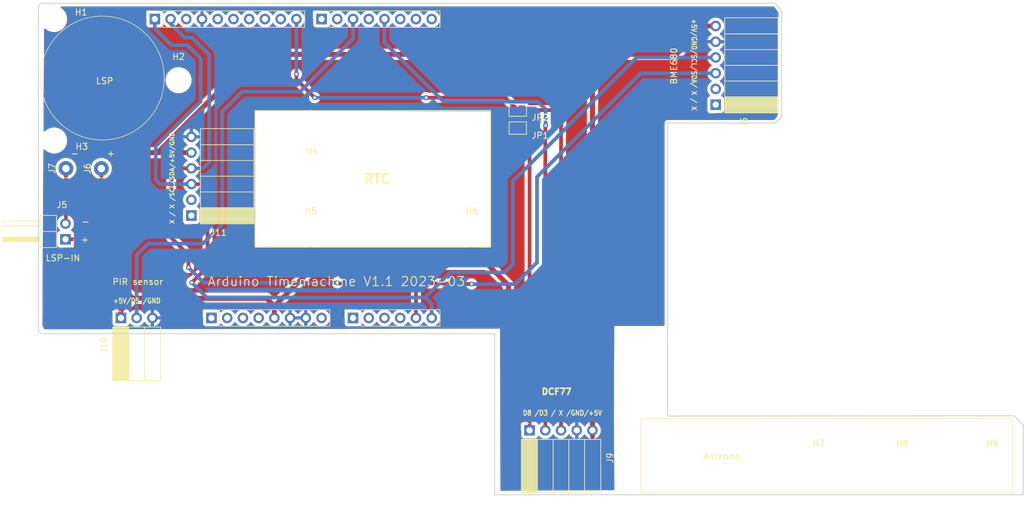
<source format=kicad_pcb>
(kicad_pcb (version 20211014) (generator pcbnew)
  (title_block (title "Arduino Time Machine") (date "2023-02-23") (rev "1.1") (company "crazy-midi.de"))
  (layers (0 "F.Cu" signal) (31 "B.Cu" signal) (34 "B.Paste" user) (35 "F.Paste" user) (36 "B.SilkS" user "B.Silkscreen") (37 "F.SilkS" user "F.Silkscreen") (38 "B.Mask" user) (39 "F.Mask" user) (44 "Edge.Cuts" user))
  (net 0 "")
  (net 1 "GND")
  (net 2 "+5V")
  (net 7 "/D8")
  (net 21 "/D5")
  (net 23 "/D3")
  (net 24 "/SCL")
  (net 25 "/SDA")
  (net 29 "Net-(J5-Pad1)")
  (net 30 "Net-(J5-Pad2)")
  (net 33 "Net-(J9-Pad3)")
  (net 36 "Net-(J9-Pad1)")
  (footprint "Connector_PinSocket_2.54mm:PinSocket_1x08_P2.54mm_Vertical" (layer "F.Cu") (at 127.94 97.46 90)
    (fp_text reference "J1" hide)
    (fp_text value "Power")
    (fp_line (start -1.33 1.27) (end -1.33 19.11) (layer "F.SilkS") (width 0.12))
    (fp_line (start -1.33 1.27) (end 1.33 1.27) (layer "F.SilkS") (width 0.12))
    (fp_line (start -1.33 19.11) (end 1.33 19.11) (layer "F.SilkS") (width 0.12))
    (fp_line (start 1.33 1.27) (end 1.33 19.11) (layer "F.SilkS") (width 0.12))
    (fp_line (start 0 -1.33) (end 1.33 -1.33) (layer "F.SilkS") (width 0.12))
    (fp_line (start 1.33 -1.33) (end 1.33 0) (layer "F.SilkS") (width 0.12))
    (pad "1" thru_hole rect locked (at 0 0 90) (size 1.7 1.7) (drill 1) (layers *.Cu *.Mask))
    (pad "2" thru_hole oval locked (at 0 2.54 90) (size 1.7 1.7) (drill 1) (layers *.Cu *.Mask))
    (pad "3" thru_hole oval locked (at 0 5.08 90) (size 1.7 1.7) (drill 1) (layers *.Cu *.Mask))
    (pad "4" thru_hole oval locked (at 0 7.62 90) (size 1.7 1.7) (drill 1) (layers *.Cu *.Mask))
    (pad "5" thru_hole oval locked (at 0 10.16 90) (size 1.7 1.7) (drill 1) (layers *.Cu *.Mask) (net 2 "+5V"))
    (pad "6" thru_hole oval locked (at 0 12.7 90) (size 1.7 1.7) (drill 1) (layers *.Cu *.Mask) (net 1 "GND"))
    (pad "7" thru_hole oval locked (at 0 15.24 90) (size 1.7 1.7) (drill 1) (layers *.Cu *.Mask) (net 1 "GND"))
    (pad "8" thru_hole oval locked (at 0 17.78 90) (size 1.7 1.7) (drill 1) (layers *.Cu *.Mask))
  )
  (footprint "Connector_PinSocket_2.54mm:PinSocket_1x06_P2.54mm_Vertical" (layer "F.Cu") (at 150.8 97.46 90)
    (fp_text reference "J3")
    (fp_text value "Analog")
    (fp_line (start -1.33 1.27) (end 1.33 1.27) (layer "F.SilkS") (width 0.12))
    (fp_line (start 0 -1.33) (end 1.33 -1.33) (layer "F.SilkS") (width 0.12))
    (fp_line (start 1.33 1.27) (end 1.33 14.03) (layer "F.SilkS") (width 0.12))
    (fp_line (start -1.33 1.27) (end -1.33 14.03) (layer "F.SilkS") (width 0.12))
    (fp_line (start 1.33 -1.33) (end 1.33 0) (layer "F.SilkS") (width 0.12))
    (fp_line (start -1.33 14.03) (end 1.33 14.03) (layer "F.SilkS") (width 0.12))
    (pad "1" thru_hole rect locked (at 0 0 90) (size 1.7 1.7) (drill 1) (layers *.Cu *.Mask))
    (pad "2" thru_hole oval locked (at 0 2.54 90) (size 1.7 1.7) (drill 1) (layers *.Cu *.Mask))
    (pad "3" thru_hole oval locked (at 0 5.08 90) (size 1.7 1.7) (drill 1) (layers *.Cu *.Mask))
    (pad "4" thru_hole oval locked (at 0 7.62 90) (size 1.7 1.7) (drill 1) (layers *.Cu *.Mask))
    (pad "5" thru_hole oval locked (at 0 10.16 90) (size 1.7 1.7) (drill 1) (layers *.Cu *.Mask) (net 25 "/SDA"))
    (pad "6" thru_hole oval locked (at 0 12.7 90) (size 1.7 1.7) (drill 1) (layers *.Cu *.Mask) (net 24 "/SCL"))
  )
  (footprint "Connector_PinSocket_2.54mm:PinSocket_1x10_P2.54mm_Vertical" (layer "F.Cu") (at 118.796 49.2 90)
    (fp_text reference "J2" hide)
    (fp_text value "PWM")
    (fp_line (start -1.33 1.27) (end 1.33 1.27) (layer "F.SilkS") (width 0.12))
    (fp_line (start 1.33 1.27) (end 1.33 24.19) (layer "F.SilkS") (width 0.12))
    (fp_line (start -1.33 24.19) (end 1.33 24.19) (layer "F.SilkS") (width 0.12))
    (fp_line (start 0 -1.33) (end 1.33 -1.33) (layer "F.SilkS") (width 0.12))
    (fp_line (start 1.33 -1.33) (end 1.33 0) (layer "F.SilkS") (width 0.12))
    (fp_line (start -1.33 1.27) (end -1.33 24.19) (layer "F.SilkS") (width 0.12))
    (pad "1" thru_hole rect locked (at 0 0 90) (size 1.7 1.7) (drill 1) (layers *.Cu *.Mask) (net 24 "/SCL"))
    (pad "2" thru_hole oval locked (at 0 2.54 90) (size 1.7 1.7) (drill 1) (layers *.Cu *.Mask) (net 25 "/SDA"))
    (pad "3" thru_hole oval locked (at 0 5.08 90) (size 1.7 1.7) (drill 1) (layers *.Cu *.Mask))
    (pad "4" thru_hole oval locked (at 0 7.62 90) (size 1.7 1.7) (drill 1) (layers *.Cu *.Mask) (net 1 "GND"))
    (pad "5" thru_hole oval locked (at 0 10.16 90) (size 1.7 1.7) (drill 1) (layers *.Cu *.Mask))
    (pad "6" thru_hole oval locked (at 0 12.7 90) (size 1.7 1.7) (drill 1) (layers *.Cu *.Mask))
    (pad "7" thru_hole oval locked (at 0 15.24 90) (size 1.7 1.7) (drill 1) (layers *.Cu *.Mask))
    (pad "8" thru_hole oval locked (at 0 17.78 90) (size 1.7 1.7) (drill 1) (layers *.Cu *.Mask))
    (pad "9" thru_hole oval locked (at 0 20.32 90) (size 1.7 1.7) (drill 1) (layers *.Cu *.Mask))
    (pad "10" thru_hole oval locked (at 0 22.86 90) (size 1.7 1.7) (drill 1) (layers *.Cu *.Mask) (net 7 "/D8"))
  )
  (footprint "Connector_PinSocket_2.54mm:PinSocket_1x08_P2.54mm_Vertical" (layer "F.Cu") (at 145.72 49.2 90)
    (fp_text reference "J4" hide)
    (fp_text value "PWM")
    (fp_line (start 0 -1.33) (end 1.33 -1.33) (layer "F.SilkS") (width 0.12))
    (fp_line (start -1.33 1.27) (end -1.33 19.11) (layer "F.SilkS") (width 0.12))
    (fp_line (start -1.33 19.11) (end 1.33 19.11) (layer "F.SilkS") (width 0.12))
    (fp_line (start -1.33 1.27) (end 1.33 1.27) (layer "F.SilkS") (width 0.12))
    (fp_line (start 1.33 1.27) (end 1.33 19.11) (layer "F.SilkS") (width 0.12))
    (fp_line (start 1.33 -1.33) (end 1.33 0) (layer "F.SilkS") (width 0.12))
    (pad "1" thru_hole rect locked (at 0 0 90) (size 1.7 1.7) (drill 1) (layers *.Cu *.Mask))
    (pad "2" thru_hole oval locked (at 0 2.54 90) (size 1.7 1.7) (drill 1) (layers *.Cu *.Mask))
    (pad "3" thru_hole oval locked (at 0 5.08 90) (size 1.7 1.7) (drill 1) (layers *.Cu *.Mask) (net 21 "/D5"))
    (pad "4" thru_hole oval locked (at 0 7.62 90) (size 1.7 1.7) (drill 1) (layers *.Cu *.Mask))
    (pad "5" thru_hole oval locked (at 0 10.16 90) (size 1.7 1.7) (drill 1) (layers *.Cu *.Mask) (net 23 "/D3"))
    (pad "6" thru_hole oval locked (at 0 12.7 90) (size 1.7 1.7) (drill 1) (layers *.Cu *.Mask))
    (pad "7" thru_hole oval locked (at 0 15.24 90) (size 1.7 1.7) (drill 1) (layers *.Cu *.Mask))
    (pad "8" thru_hole oval locked (at 0 17.78 90) (size 1.7 1.7) (drill 1) (layers *.Cu *.Mask))
  )
  (footprint "Connector_PinSocket_2.54mm:PinSocket_1x06_P2.54mm_Horizontal" (layer "F.Cu") (at 209.35 63.025 180)
    (fp_text reference "J8" (at -4.38 -2.77) (layer "F.SilkS"))
    (fp_text value "BME680")
    (fp_line (start -1.46 -0.36) (end -1.11 -0.36) (layer "F.SilkS") (width 0.12))
    (fp_line (start -10.09 -0.50143) (end -1.46 -0.50143) (layer "F.SilkS") (width 0.12))
    (fp_line (start -10.09 0.20714) (end -1.46 0.20714) (layer "F.SilkS") (width 0.12))
    (fp_line (start -10.09 -1.33) (end -1.46 -1.33) (layer "F.SilkS") (width 0.12))
    (fp_line (start -1.46 2.9) (end -1.05 2.9) (layer "F.SilkS") (width 0.12))
    (fp_line (start -10.09 0.67952) (end -1.46 0.67952) (layer "F.SilkS") (width 0.12))
    (fp_line (start -10.09 11.43) (end -1.46 11.43) (layer "F.SilkS") (width 0.12))
    (fp_line (start -10.09 0.44333) (end -1.46 0.44333) (layer "F.SilkS") (width 0.12))
    (fp_line (start -1.46 12.34) (end -1.05 12.34) (layer "F.SilkS") (width 0.12))
    (fp_line (start -1.46 4.72) (end -1.05 4.72) (layer "F.SilkS") (width 0.12))
    (fp_line (start -10.09 0.325235) (end -1.46 0.325235) (layer "F.SilkS") (width 0.12))
    (fp_line (start -10.09 -0.855715) (end -1.46 -0.855715) (layer "F.SilkS") (width 0.12))
    (fp_line (start -10.09 -0.73762) (end -1.46 -0.73762) (layer "F.SilkS") (width 0.12))
    (fp_line (start -10.09 6.35) (end -1.46 6.35) (layer "F.SilkS") (width 0.12))
    (fp_line (start -10.09 0.797615) (end -1.46 0.797615) (layer "F.SilkS") (width 0.12))
    (fp_line (start -10.09 -1.21) (end -1.46 -1.21) (layer "F.SilkS") (width 0.12))
    (fp_line (start -10.09 0.089045) (end -1.46 0.089045) (layer "F.SilkS") (width 0.12))
    (fp_line (start -1.46 -1.33) (end -1.46 14.03) (layer "F.SilkS") (width 0.12))
    (fp_line (start -10.09 8.89) (end -1.46 8.89) (layer "F.SilkS") (width 0.12))
    (fp_line (start -1.46 2.18) (end -1.05 2.18) (layer "F.SilkS") (width 0.12))
    (fp_line (start -10.09 -0.97381) (end -1.46 -0.97381) (layer "F.SilkS") (width 0.12))
    (fp_line (start -10.09 -0.619525) (end -1.46 -0.619525) (layer "F.SilkS") (width 0.12))
    (fp_line (start -10.09 -0.147145) (end -1.46 -0.147145) (layer "F.SilkS") (width 0.12))
    (fp_line (start 1.11 -1.33) (end 1.11 0) (layer "F.SilkS") (width 0.12))
    (fp_line (start -1.46 9.8) (end -1.05 9.8) (layer "F.SilkS") (width 0.12))
    (fp_line (start -10.09 -0.02905) (end -1.46 -0.02905) (layer "F.SilkS") (width 0.12))
    (fp_line (start -1.46 7.98) (end -1.05 7.98) (layer "F.SilkS") (width 0.12))
    (fp_line (start -10.09 14.03) (end -1.46 14.03) (layer "F.SilkS") (width 0.12))
    (fp_line (start 0 -1.33) (end 1.11 -1.33) (layer "F.SilkS") (width 0.12))
    (fp_line (start -10.09 0.561425) (end -1.46 0.561425) (layer "F.SilkS") (width 0.12))
    (fp_line (start -10.09 0.91571) (end -1.46 0.91571) (layer "F.SilkS") (width 0.12))
    (fp_line (start -10.09 -1.091905) (end -1.46 -1.091905) (layer "F.SilkS") (width 0.12))
    (fp_line (start -1.46 5.44) (end -1.05 5.44) (layer "F.SilkS") (width 0.12))
    (fp_line (start -1.46 0.36) (end -1.11 0.36) (layer "F.SilkS") (width 0.12))
    (fp_line (start -10.09 3.81) (end -1.46 3.81) (layer "F.SilkS") (width 0.12))
    (fp_line (start -10.09 -1.33) (end -10.09 14.03) (layer "F.SilkS") (width 0.12))
    (fp_line (start -10.09 1.1519) (end -1.46 1.1519) (layer "F.SilkS") (width 0.12))
    (fp_line (start -10.09 1.033805) (end -1.46 1.033805) (layer "F.SilkS") (width 0.12))
    (fp_line (start -10.09 -0.383335) (end -1.46 -0.383335) (layer "F.SilkS") (width 0.12))
    (fp_line (start -1.46 10.52) (end -1.05 10.52) (layer "F.SilkS") (width 0.12))
    (fp_line (start -10.09 -0.26524) (end -1.46 -0.26524) (layer "F.SilkS") (width 0.12))
    (fp_line (start -10.09 1.27) (end -1.46 1.27) (layer "F.SilkS") (width 0.12))
    (fp_line (start -1.46 7.26) (end -1.05 7.26) (layer "F.SilkS") (width 0.12))
    (fp_line (start -1.46 13.06) (end -1.05 13.06) (layer "F.SilkS") (width 0.12))
    (pad "1" thru_hole rect (at 0 0 180) (size 1.7 1.7) (drill 1) (layers *.Cu *.Mask))
    (pad "2" thru_hole oval (at 0 2.54 180) (size 1.7 1.7) (drill 1) (layers *.Cu *.Mask))
    (pad "3" thru_hole oval (at 0 5.08 180) (size 1.7 1.7) (drill 1) (layers *.Cu *.Mask) (net 25 "/SDA"))
    (pad "4" thru_hole oval (at 0 7.62 180) (size 1.7 1.7) (drill 1) (layers *.Cu *.Mask) (net 24 "/SCL"))
    (pad "5" thru_hole oval (at 0 10.16 180) (size 1.7 1.7) (drill 1) (layers *.Cu *.Mask) (net 1 "GND"))
    (pad "6" thru_hole oval (at 0 12.7 180) (size 1.7 1.7) (drill 1) (layers *.Cu *.Mask) (net 2 "+5V"))
  )
  (footprint "Connector_PinSocket_2.54mm:PinSocket_1x03_P2.54mm_Horizontal" (layer "F.Cu") (at 113.3246 97.46 90)
    (fp_text reference "J10" (at -4.38 -2.77 90) (layer "F.SilkS"))
    (fp_text value "PIR sensor")
    (fp_line (start -10.09 -0.97381) (end -1.46 -0.97381) (layer "F.SilkS") (width 0.12))
    (fp_line (start -10.09 0.561425) (end -1.46 0.561425) (layer "F.SilkS") (width 0.12))
    (fp_line (start -10.09 -0.50143) (end -1.46 -0.50143) (layer "F.SilkS") (width 0.12))
    (fp_line (start -1.46 0.36) (end -1.11 0.36) (layer "F.SilkS") (width 0.12))
    (fp_line (start -10.09 0.67952) (end -1.46 0.67952) (layer "F.SilkS") (width 0.12))
    (fp_line (start -1.46 -1.33) (end -1.46 6.41) (layer "F.SilkS") (width 0.12))
    (fp_line (start 1.11 -1.33) (end 1.11 0) (layer "F.SilkS") (width 0.12))
    (fp_line (start -10.09 0.089045) (end -1.46 0.089045) (layer "F.SilkS") (width 0.12))
    (fp_line (start -1.46 2.18) (end -1.05 2.18) (layer "F.SilkS") (width 0.12))
    (fp_line (start -10.09 1.1519) (end -1.46 1.1519) (layer "F.SilkS") (width 0.12))
    (fp_line (start -10.09 -0.855715) (end -1.46 -0.855715) (layer "F.SilkS") (width 0.12))
    (fp_line (start 0 -1.33) (end 1.11 -1.33) (layer "F.SilkS") (width 0.12))
    (fp_line (start -10.09 1.033805) (end -1.46 1.033805) (layer "F.SilkS") (width 0.12))
    (fp_line (start -10.09 -0.619525) (end -1.46 -0.619525) (layer "F.SilkS") (width 0.12))
    (fp_line (start -10.09 -1.33) (end -10.09 6.41) (layer "F.SilkS") (width 0.12))
    (fp_line (start -10.09 0.325235) (end -1.46 0.325235) (layer "F.SilkS") (width 0.12))
    (fp_line (start -10.09 -1.33) (end -1.46 -1.33) (layer "F.SilkS") (width 0.12))
    (fp_line (start -10.09 0.91571) (end -1.46 0.91571) (layer "F.SilkS") (width 0.12))
    (fp_line (start -1.46 4.72) (end -1.05 4.72) (layer "F.SilkS") (width 0.12))
    (fp_line (start -10.09 -0.26524) (end -1.46 -0.26524) (layer "F.SilkS") (width 0.12))
    (fp_line (start -10.09 1.27) (end -1.46 1.27) (layer "F.SilkS") (width 0.12))
    (fp_line (start -10.09 -0.02905) (end -1.46 -0.02905) (layer "F.SilkS") (width 0.12))
    (fp_line (start -10.09 -0.383335) (end -1.46 -0.383335) (layer "F.SilkS") (width 0.12))
    (fp_line (start -10.09 -0.73762) (end -1.46 -0.73762) (layer "F.SilkS") (width 0.12))
    (fp_line (start -10.09 -1.091905) (end -1.46 -1.091905) (layer "F.SilkS") (width 0.12))
    (fp_line (start -10.09 0.797615) (end -1.46 0.797615) (layer "F.SilkS") (width 0.12))
    (fp_line (start -10.09 0.44333) (end -1.46 0.44333) (layer "F.SilkS") (width 0.12))
    (fp_line (start -10.09 3.81) (end -1.46 3.81) (layer "F.SilkS") (width 0.12))
    (fp_line (start -10.09 -1.21) (end -1.46 -1.21) (layer "F.SilkS") (width 0.12))
    (fp_line (start -10.09 6.41) (end -1.46 6.41) (layer "F.SilkS") (width 0.12))
    (fp_line (start -10.09 -0.147145) (end -1.46 -0.147145) (layer "F.SilkS") (width 0.12))
    (fp_line (start -1.46 5.44) (end -1.05 5.44) (layer "F.SilkS") (width 0.12))
    (fp_line (start -1.46 -0.36) (end -1.11 -0.36) (layer "F.SilkS") (width 0.12))
    (fp_line (start -1.46 2.9) (end -1.05 2.9) (layer "F.SilkS") (width 0.12))
    (fp_line (start -10.09 0.20714) (end -1.46 0.20714) (layer "F.SilkS") (width 0.12))
    (pad "1" thru_hole rect (at 0 0 90) (size 1.7 1.7) (drill 1) (layers *.Cu *.Mask) (net 2 "+5V"))
    (pad "2" thru_hole oval (at 0 2.54 90) (size 1.7 1.7) (drill 1) (layers *.Cu *.Mask) (net 21 "/D5"))
    (pad "3" thru_hole oval (at 0 5.08 90) (size 1.7 1.7) (drill 1) (layers *.Cu *.Mask) (net 1 "GND"))
  )
  (footprint "Connector_PinSocket_2.54mm:PinSocket_1x06_P2.54mm_Horizontal" (layer "F.Cu") (at 124.7 80.925 180)
    (fp_text reference "J11" (at -4.38 -2.77 180) (layer "F.SilkS"))
    (fp_text value "RTC")
    (fp_line (start -1.46 9.8) (end -1.05 9.8) (layer "F.SilkS") (width 0.12))
    (fp_line (start -1.46 -1.33) (end -1.46 14.03) (layer "F.SilkS") (width 0.12))
    (fp_line (start -10.09 -1.33) (end -1.46 -1.33) (layer "F.SilkS") (width 0.12))
    (fp_line (start -10.09 -0.855715) (end -1.46 -0.855715) (layer "F.SilkS") (width 0.12))
    (fp_line (start -10.09 -0.73762) (end -1.46 -0.73762) (layer "F.SilkS") (width 0.12))
    (fp_line (start -10.09 0.67952) (end -1.46 0.67952) (layer "F.SilkS") (width 0.12))
    (fp_line (start -10.09 -0.383335) (end -1.46 -0.383335) (layer "F.SilkS") (width 0.12))
    (fp_line (start -1.46 13.06) (end -1.05 13.06) (layer "F.SilkS") (width 0.12))
    (fp_line (start -10.09 0.797615) (end -1.46 0.797615) (layer "F.SilkS") (width 0.12))
    (fp_line (start -10.09 -1.21) (end -1.46 -1.21) (layer "F.SilkS") (width 0.12))
    (fp_line (start 0 -1.33) (end 1.11 -1.33) (layer "F.SilkS") (width 0.12))
    (fp_line (start -1.46 2.18) (end -1.05 2.18) (layer "F.SilkS") (width 0.12))
    (fp_line (start -1.46 7.26) (end -1.05 7.26) (layer "F.SilkS") (width 0.12))
    (fp_line (start -10.09 11.43) (end -1.46 11.43) (layer "F.SilkS") (width 0.12))
    (fp_line (start -10.09 8.89) (end -1.46 8.89) (layer "F.SilkS") (width 0.12))
    (fp_line (start -1.46 2.9) (end -1.05 2.9) (layer "F.SilkS") (width 0.12))
    (fp_line (start -1.46 0.36) (end -1.11 0.36) (layer "F.SilkS") (width 0.12))
    (fp_line (start -1.46 4.72) (end -1.05 4.72) (layer "F.SilkS") (width 0.12))
    (fp_line (start -10.09 1.27) (end -1.46 1.27) (layer "F.SilkS") (width 0.12))
    (fp_line (start -10.09 0.20714) (end -1.46 0.20714) (layer "F.SilkS") (width 0.12))
    (fp_line (start -10.09 0.91571) (end -1.46 0.91571) (layer "F.SilkS") (width 0.12))
    (fp_line (start -10.09 0.44333) (end -1.46 0.44333) (layer "F.SilkS") (width 0.12))
    (fp_line (start 1.11 -1.33) (end 1.11 0) (layer "F.SilkS") (width 0.12))
    (fp_line (start -1.46 5.44) (end -1.05 5.44) (layer "F.SilkS") (width 0.12))
    (fp_line (start -10.09 -0.97381) (end -1.46 -0.97381) (layer "F.SilkS") (width 0.12))
    (fp_line (start -10.09 1.033805) (end -1.46 1.033805) (layer "F.SilkS") (width 0.12))
    (fp_line (start -10.09 0.089045) (end -1.46 0.089045) (layer "F.SilkS") (width 0.12))
    (fp_line (start -1.46 7.98) (end -1.05 7.98) (layer "F.SilkS") (width 0.12))
    (fp_line (start -10.09 0.325235) (end -1.46 0.325235) (layer "F.SilkS") (width 0.12))
    (fp_line (start -10.09 -0.02905) (end -1.46 -0.02905) (layer "F.SilkS") (width 0.12))
    (fp_line (start -10.09 3.81) (end -1.46 3.81) (layer "F.SilkS") (width 0.12))
    (fp_line (start -10.09 -0.26524) (end -1.46 -0.26524) (layer "F.SilkS") (width 0.12))
    (fp_line (start -10.09 1.1519) (end -1.46 1.1519) (layer "F.SilkS") (width 0.12))
    (fp_line (start -1.46 12.34) (end -1.05 12.34) (layer "F.SilkS") (width 0.12))
    (fp_line (start -1.46 10.52) (end -1.05 10.52) (layer "F.SilkS") (width 0.12))
    (fp_line (start -10.09 0.561425) (end -1.46 0.561425) (layer "F.SilkS") (width 0.12))
    (fp_line (start -10.09 -0.147145) (end -1.46 -0.147145) (layer "F.SilkS") (width 0.12))
    (fp_line (start -10.09 -0.50143) (end -1.46 -0.50143) (layer "F.SilkS") (width 0.12))
    (fp_line (start -10.09 14.03) (end -1.46 14.03) (layer "F.SilkS") (width 0.12))
    (fp_line (start -10.09 -0.619525) (end -1.46 -0.619525) (layer "F.SilkS") (width 0.12))
    (fp_line (start -10.09 6.35) (end -1.46 6.35) (layer "F.SilkS") (width 0.12))
    (fp_line (start -10.09 -1.091905) (end -1.46 -1.091905) (layer "F.SilkS") (width 0.12))
    (fp_line (start -10.09 -1.33) (end -10.09 14.03) (layer "F.SilkS") (width 0.12))
    (fp_line (start -1.46 -0.36) (end -1.11 -0.36) (layer "F.SilkS") (width 0.12))
    (pad "1" thru_hole rect (at 0 0 180) (size 1.7 1.7) (drill 1) (layers *.Cu *.Mask))
    (pad "2" thru_hole oval (at 0 2.54 180) (size 1.7 1.7) (drill 1) (layers *.Cu *.Mask))
    (pad "3" thru_hole oval (at 0 5.08 180) (size 1.7 1.7) (drill 1) (layers *.Cu *.Mask) (net 24 "/SCL"))
    (pad "4" thru_hole oval (at 0 7.62 180) (size 1.7 1.7) (drill 1) (layers *.Cu *.Mask) (net 25 "/SDA"))
    (pad "5" thru_hole oval (at 0 10.16 180) (size 1.7 1.7) (drill 1) (layers *.Cu *.Mask) (net 2 "+5V"))
    (pad "6" thru_hole oval (at 0 12.7 180) (size 1.7 1.7) (drill 1) (layers *.Cu *.Mask) (net 1 "GND"))
  )
  (footprint "Jumper:SolderJumper-2_P1.3mm_Open_Pad1.0x1.5mm" (layer "F.Cu") (at 177.4 63.9)
    (fp_text reference "JP2" (at 3.6 1.2) (layer "F.SilkS"))
    (fp_text value "Jumper_2_Open")
    (fp_line (start 1.4 -1) (end 1.4 1) (layer "F.SilkS") (width 0.12))
    (fp_line (start 1.4 1) (end -1.4 1) (layer "F.SilkS") (width 0.12))
    (fp_line (start -1.4 -1) (end 1.4 -1) (layer "F.SilkS") (width 0.12))
    (fp_line (start -1.4 1) (end -1.4 -1) (layer "F.SilkS") (width 0.12))
    (pad "1" smd rect (at -0.65 0) (size 1 1.5) (layers "F.Cu" "F.Mask") (net 7 "/D8"))
    (pad "2" smd rect (at 0.65 0) (size 1 1.5) (layers "F.Cu" "F.Mask") (net 33 "Net-(J9-Pad3)"))
  )
  (footprint "Connector_Pin:Pin_D1.0mm_L10.0mm_LooseFit" (layer "F.Cu") (at 104.445 73.33 -90)
    (fp_text reference "J7" (at 0 2.25 -90) (layer "F.SilkS"))
    (fp_text value "LSP-")
    (fp_circle (center 0 0) (end 1.5 0.05) (layer "F.SilkS") (width 0.12) (fill none))
    (pad "1" thru_hole circle (at 0 0 270) (size 2.4 2.4) (drill 1.2) (layers *.Cu *.Mask) (net 30 "Net-(J5-Pad2)"))
  )
  (footprint "MountingHole:MountingHole_4.3mm_M4" (layer "F.Cu") (at 239.5 123)
    (fp_text reference "H8" (at 0 -5.3) (layer "F.SilkS"))
    (fp_text value "MountingHole")
    (pad "" np_thru_hole circle (at 0 0) (size 4.3 4.3) (drill 4.3) (layers *.Cu *.Mask))
  )
  (footprint "MountingHole:MountingHole_3.2mm_M3_DIN965" (layer "F.Cu") (at 102.54 49.2)
    (fp_text reference "H1" (at 4.36 -1.1) (layer "F.SilkS"))
    (fp_text value "MountingHole")
    (pad "" np_thru_hole circle (at 0 0) (size 3.2 3.2) (drill 3.2) (layers *.Cu *.Mask))
  )
  (footprint "MountingHole:MountingHole_3.2mm_M3_DIN965" (layer "F.Cu") (at 102.54 68.8088)
    (fp_text reference "H3" (at 4.46 0.9912) (layer "F.SilkS"))
    (fp_text value "MountingHole")
    (pad "" np_thru_hole circle (at 0 0) (size 3.2 3.2) (drill 3.2) (layers *.Cu *.Mask))
  )
  (footprint "MountingHole:MountingHole_3.2mm_M3_DIN965" (layer "F.Cu") (at 122.6314 59.0806)
    (fp_text reference "H2" (at 0 -3.8) (layer "F.SilkS"))
    (fp_text value "MountingHole")
    (pad "" np_thru_hole circle (at 0 0) (size 3.2 3.2) (drill 3.2) (layers *.Cu *.Mask))
  )
  (footprint "MountingHole:MountingHole_3.2mm_M3_DIN965" (layer "F.Cu") (at 144 84)
    (fp_text reference "H5" (at 0 -3.8) (layer "F.SilkS"))
    (fp_text value "MountingHole")
    (pad "" np_thru_hole circle (at 0 0) (size 3.2 3.2) (drill 3.2) (layers *.Cu *.Mask))
  )
  (footprint "Connector_Pin:Pin_D1.0mm_L10.0mm_LooseFit" (layer "F.Cu") (at 110.16 73.33 -90)
    (fp_text reference "J6" (at 0 2.25 -90) (layer "F.SilkS"))
    (fp_text value "LSP+")
    (fp_circle (center 0 0) (end 1.5 0.05) (layer "F.SilkS") (width 0.12) (fill none))
    (pad "1" thru_hole circle (at 0 0 270) (size 2.4 2.4) (drill 1.2) (layers *.Cu *.Mask) (net 29 "Net-(J5-Pad1)"))
  )
  (footprint "MountingHole:MountingHole_4.3mm_M4" (layer "F.Cu") (at 254 123)
    (fp_text reference "H9" (at 0 -5.3) (layer "F.SilkS"))
    (fp_text value "MountingHole")
    (pad "" np_thru_hole circle (at 0 0) (size 4.3 4.3) (drill 4.3) (layers *.Cu *.Mask))
  )
  (footprint "MountingHole:MountingHole_3.2mm_M3_DIN965" (layer "F.Cu") (at 144 66)
    (fp_text reference "H4" (at 0.2 4.5) (layer "F.SilkS"))
    (fp_text value "MountingHole")
    (pad "" np_thru_hole circle (at 0 0) (size 3.2 3.2) (drill 3.2) (layers *.Cu *.Mask))
  )
  (footprint "Jumper:SolderJumper-2_P1.3mm_Open_Pad1.0x1.5mm" (layer "F.Cu") (at 177.4 66.8)
    (fp_text reference "JP1" (at 3.6 1.2) (layer "F.SilkS"))
    (fp_text value "Jumper_2_Open")
    (fp_line (start 1.4 -1) (end 1.4 1) (layer "F.SilkS") (width 0.12))
    (fp_line (start -1.4 1) (end -1.4 -1) (layer "F.SilkS") (width 0.12))
    (fp_line (start -1.4 -1) (end 1.4 -1) (layer "F.SilkS") (width 0.12))
    (fp_line (start 1.4 1) (end -1.4 1) (layer "F.SilkS") (width 0.12))
    (pad "1" smd rect (at -0.65 0) (size 1 1.5) (layers "F.Cu" "F.Mask") (net 7 "/D8"))
    (pad "2" smd rect (at 0.65 0) (size 1 1.5) (layers "F.Cu" "F.Mask") (net 36 "Net-(J9-Pad1)"))
  )
  (footprint "Connector_PinSocket_2.54mm:PinSocket_1x05_P2.54mm_Horizontal" (layer "F.Cu") (at 179.3 115.6 90)
    (fp_text reference "J9" (at -4.4762 12.974 90) (layer "F.SilkS"))
    (fp_text value "FCF/77")
    (fp_line (start -10.09 -0.02905) (end -1.46 -0.02905) (layer "F.SilkS") (width 0.12))
    (fp_line (start -10.09 -0.26524) (end -1.46 -0.26524) (layer "F.SilkS") (width 0.12))
    (fp_line (start 0 -1.33) (end 1.11 -1.33) (layer "F.SilkS") (width 0.12))
    (fp_line (start -10.09 6.35) (end -1.46 6.35) (layer "F.SilkS") (width 0.12))
    (fp_line (start -1.46 2.18) (end -1.05 2.18) (layer "F.SilkS") (width 0.12))
    (fp_line (start -10.09 1.27) (end -1.46 1.27) (layer "F.SilkS") (width 0.12))
    (fp_line (start -10.09 0.325235) (end -1.46 0.325235) (layer "F.SilkS") (width 0.12))
    (fp_line (start -10.09 11.49) (end -1.46 11.49) (layer "F.SilkS") (width 0.12))
    (fp_line (start -10.09 -1.33) (end -1.46 -1.33) (layer "F.SilkS") (width 0.12))
    (fp_line (start -10.09 -0.50143) (end -1.46 -0.50143) (layer "F.SilkS") (width 0.12))
    (fp_line (start -10.09 0.089045) (end -1.46 0.089045) (layer "F.SilkS") (width 0.12))
    (fp_line (start -10.09 -0.619525) (end -1.46 -0.619525) (layer "F.SilkS") (width 0.12))
    (fp_line (start -10.09 1.033805) (end -1.46 1.033805) (layer "F.SilkS") (width 0.12))
    (fp_line (start -1.46 2.9) (end -1.05 2.9) (layer "F.SilkS") (width 0.12))
    (fp_line (start -10.09 -1.33) (end -10.09 11.49) (layer "F.SilkS") (width 0.12))
    (fp_line (start 1.11 -1.33) (end 1.11 0) (layer "F.SilkS") (width 0.12))
    (fp_line (start -10.09 -1.091905) (end -1.46 -1.091905) (layer "F.SilkS") (width 0.12))
    (fp_line (start -1.46 -0.36) (end -1.11 -0.36) (layer "F.SilkS") (width 0.12))
    (fp_line (start -10.09 0.91571) (end -1.46 0.91571) (layer "F.SilkS") (width 0.12))
    (fp_line (start -10.09 0.561425) (end -1.46 0.561425) (layer "F.SilkS") (width 0.12))
    (fp_line (start -10.09 0.20714) (end -1.46 0.20714) (layer "F.SilkS") (width 0.12))
    (fp_line (start -10.09 0.67952) (end -1.46 0.67952) (layer "F.SilkS") (width 0.12))
    (fp_line (start -10.09 -1.21) (end -1.46 -1.21) (layer "F.SilkS") (width 0.12))
    (fp_line (start -10.09 0.797615) (end -1.46 0.797615) (layer "F.SilkS") (width 0.12))
    (fp_line (start -1.46 7.26) (end -1.05 7.26) (layer "F.SilkS") (width 0.12))
    (fp_line (start -10.09 8.89) (end -1.46 8.89) (layer "F.SilkS") (width 0.12))
    (fp_line (start -10.09 3.81) (end -1.46 3.81) (layer "F.SilkS") (width 0.12))
    (fp_line (start -10.09 -0.97381) (end -1.46 -0.97381) (layer "F.SilkS") (width 0.12))
    (fp_line (start -1.46 9.8) (end -1.05 9.8) (layer "F.SilkS") (width 0.12))
    (fp_line (start -1.46 5.44) (end -1.05 5.44) (layer "F.SilkS") (width 0.12))
    (fp_line (start -10.09 -0.73762) (end -1.46 -0.73762) (layer "F.SilkS") (width 0.12))
    (fp_line (start -10.09 1.1519) (end -1.46 1.1519) (layer "F.SilkS") (width 0.12))
    (fp_line (start -1.46 7.98) (end -1.05 7.98) (layer "F.SilkS") (width 0.12))
    (fp_line (start -10.09 -0.383335) (end -1.46 -0.383335) (layer "F.SilkS") (width 0.12))
    (fp_line (start -1.46 10.52) (end -1.05 10.52) (layer "F.SilkS") (width 0.12))
    (fp_line (start -10.09 0.44333) (end -1.46 0.44333) (layer "F.SilkS") (width 0.12))
    (fp_line (start -1.46 4.72) (end -1.05 4.72) (layer "F.SilkS") (width 0.12))
    (fp_line (start -1.46 0.36) (end -1.11 0.36) (layer "F.SilkS") (width 0.12))
    (fp_line (start -1.46 -1.33) (end -1.46 11.49) (layer "F.SilkS") (width 0.12))
    (fp_line (start -10.09 -0.147145) (end -1.46 -0.147145) (layer "F.SilkS") (width 0.12))
    (fp_line (start -10.09 -0.855715) (end -1.46 -0.855715) (layer "F.SilkS") (width 0.12))
    (pad "1" thru_hole rect (at 0 0 90) (size 1.7 1.7) (drill 1) (layers *.Cu *.Mask) (net 36 "Net-(J9-Pad1)"))
    (pad "2" thru_hole oval (at 0 2.54 90) (size 1.7 1.7) (drill 1) (layers *.Cu *.Mask) (net 23 "/D3"))
    (pad "3" thru_hole oval (at 0 5.08 90) (size 1.7 1.7) (drill 1) (layers *.Cu *.Mask) (net 33 "Net-(J9-Pad3)"))
    (pad "4" thru_hole oval (at 0 7.62 90) (size 1.7 1.7) (drill 1) (layers *.Cu *.Mask) (net 1 "GND"))
    (pad "5" thru_hole oval (at 0 10.16 90) (size 1.7 1.7) (drill 1) (layers *.Cu *.Mask) (net 2 "+5V"))
  )
  (footprint "Connector_PinHeader_2.54mm:PinHeader_1x02_P2.54mm_Horizontal" (layer "F.Cu") (at 104.375 84.765 180)
    (fp_text reference "J5" (at 0.575 5.565) (layer "F.SilkS"))
    (fp_text value "LSP-In")
    (fp_line (start 4.1 0.16) (end 10.1 0.16) (layer "F.SilkS") (width 0.12))
    (fp_line (start 4.1 -0.38) (end 10.1 -0.38) (layer "F.SilkS") (width 0.12))
    (fp_line (start 1.042929 2.16) (end 1.44 2.16) (layer "F.SilkS") (width 0.12))
    (fp_line (start 10.1 -0.38) (end 10.1 0.38) (layer "F.SilkS") (width 0.12))
    (fp_line (start 4.1 2.16) (end 10.1 2.16) (layer "F.SilkS") (width 0.12))
    (fp_line (start 4.1 3.87) (end 4.1 -1.33) (layer "F.SilkS") (width 0.12))
    (fp_line (start 10.1 2.92) (end 4.1 2.92) (layer "F.SilkS") (width 0.12))
    (fp_line (start 1.11 -0.38) (end 1.44 -0.38) (layer "F.SilkS") (width 0.12))
    (fp_line (start 10.1 2.16) (end 10.1 2.92) (layer "F.SilkS") (width 0.12))
    (fp_line (start 4.1 -0.32) (end 10.1 -0.32) (layer "F.SilkS") (width 0.12))
    (fp_line (start -1.27 -1.27) (end 0 -1.27) (layer "F.SilkS") (width 0.12))
    (fp_line (start 1.44 -1.33) (end 1.44 3.87) (layer "F.SilkS") (width 0.12))
    (fp_line (start 1.44 3.87) (end 4.1 3.87) (layer "F.SilkS") (width 0.12))
    (fp_line (start -1.27 0) (end -1.27 -1.27) (layer "F.SilkS") (width 0.12))
    (fp_line (start 1.11 0.38) (end 1.44 0.38) (layer "F.SilkS") (width 0.12))
    (fp_line (start 4.1 -1.33) (end 1.44 -1.33) (layer "F.SilkS") (width 0.12))
    (fp_line (start 1.042929 2.92) (end 1.44 2.92) (layer "F.SilkS") (width 0.12))
    (fp_line (start 1.44 1.27) (end 4.1 1.27) (layer "F.SilkS") (width 0.12))
    (fp_line (start 4.1 -0.2) (end 10.1 -0.2) (layer "F.SilkS") (width 0.12))
    (fp_line (start 4.1 0.04) (end 10.1 0.04) (layer "F.SilkS") (width 0.12))
    (fp_line (start 4.1 0.28) (end 10.1 0.28) (layer "F.SilkS") (width 0.12))
    (fp_line (start 4.1 -0.08) (end 10.1 -0.08) (layer "F.SilkS") (width 0.12))
    (fp_line (start 10.1 0.38) (end 4.1 0.38) (layer "F.SilkS") (width 0.12))
    (pad "1" thru_hole rect (at 0 0 180) (size 1.7 1.7) (drill 1) (layers *.Cu *.Mask) (net 29 "Net-(J5-Pad1)"))
    (pad "2" thru_hole oval (at 0 2.54 180) (size 1.7 1.7) (drill 1) (layers *.Cu *.Mask) (net 30 "Net-(J5-Pad2)"))
  )
  (footprint "MountingHole:MountingHole_4.3mm_M4" (layer "F.Cu") (at 226 123)
    (fp_text reference "H7" (at 0 -5.3) (layer "F.SilkS"))
    (fp_text value "MountingHole")
    (pad "" np_thru_hole circle (at 0 0) (size 4.3 4.3) (drill 4.3) (layers *.Cu *.Mask))
  )
  (footprint "MountingHole:MountingHole_3.2mm_M3_DIN965" (layer "F.Cu") (at 170 84)
    (fp_text reference "H6" (at 0 -3.8) (layer "F.SilkS"))
    (fp_text value "MountingHole")
    (pad "" np_thru_hole circle (at 0 0) (size 3.2 3.2) (drill 3.2) (layers *.Cu *.Mask))
  )
  (gr_circle (center 110.32 58.725) (end 120.32 58.725) (layer "F.SilkS") (width 0.1) (fill none))
  (gr_rect (start 135 64) (end 173 86) (layer "F.SilkS") (width 0.15) (fill none))
  (gr_rect (start 197.25 113.7) (end 257.25 125.7) (layer "F.SilkS") (width 0.1) (fill none))
  (gr_line (start 220 48) (end 220 65) (layer "Edge.Cuts") (width 0.15))
  (gr_line (start 100 99.238) (end 100 47.422) (layer "Edge.Cuts") (width 0.15))
  (gr_line (start 173.66 100) (end 173.66 126) (layer "Edge.Cuts") (width 0.15))
  (gr_line (start 259 124.25) (end 259 114.75) (layer "Edge.Cuts") (width 0.15))
  (gr_line (start 220 65) (end 219 66) (layer "Edge.Cuts") (width 0.15))
  (gr_line (start 173.66 100) (end 100.762 100) (layer "Edge.Cuts") (width 0.15))
  (gr_line (start 100.762 46.66) (end 196.52 46.66) (layer "Edge.Cuts") (width 0.15))
  (gr_arc (start 100.762 100) (mid 100.223185 99.776815) (end 100 99.238) (layer "Edge.Cuts") (width 0.15))
  (gr_line (start 201.6 66.65) (end 201.6 113.3) (layer "Edge.Cuts") (width 0.15))
  (gr_line (start 201.6 113.3) (end 257.5 113.25) (layer "Edge.Cuts") (width 0.15))
  (gr_line (start 259 126) (end 257.25 126) (layer "Edge.Cuts") (width 0.15))
  (gr_line (start 219 66) (end 201.6 66) (layer "Edge.Cuts") (width 0.15))
  (gr_line (start 257.5 113.25) (end 259 114.75) (layer "Edge.Cuts") (width 0.15))
  (gr_line (start 220 48) (end 219 46.66) (layer "Edge.Cuts") (width 0.15))
  (gr_line (start 259 124.25) (end 259 126) (layer "Edge.Cuts") (width 0.15))
  (gr_line (start 257.25 126) (end 173.66 126) (layer "Edge.Cuts") (width 0.15))
  (gr_arc (start 100 47.422) (mid 100.223185 46.883185) (end 100.762 46.66) (layer "Edge.Cuts") (width 0.15))
  (gr_line (start 201.6 66.65) (end 201.6 66) (layer "Edge.Cuts") (width 0.15))
  (gr_line (start 196.52 46.66) (end 219 46.66) (layer "Edge.Cuts") (width 0.15))
  (gr_text "BME680" (at 202.6 56.775 90) (layer "F.SilkS") (effects (font (size 1 1))))
  (gr_text "Antenna\n" (at 210.3 119.8) (layer "F.SilkS") (effects (font (size 1 1))))
  (gr_text "+" (at 107.5 84.8) (layer "F.SilkS") (effects (font (size 1 1))))
  (gr_text "PIR sensor\n\n" (at 116.05 92.425) (layer "F.SilkS") (effects (font (size 1 1))))
  (gr_text "-" (at 107.6 81.9) (layer "F.SilkS") (effects (font (size 1 1))))
  (gr_text " X / X /SCL/SDA/+5V/GND" (at 121.59 75.1334 90) (layer "F.SilkS") (effects (font (size 0.7 0.7))))
  (gr_text "LSP-IN" (at 103.9624 87.7826) (layer "F.SilkS") (effects (font (size 1 1))))
  (gr_text "-" (at 105.9 70.9) (layer "F.SilkS") (effects (font (size 1 1))))
  (gr_text "+" (at 111.7 70.9) (layer "F.SilkS") (effects (font (size 1 1))))
  (gr_text "+5V/D5 /GND" (at 115.9 94.7) (layer "F.SilkS") (effects (font (size 0.8 0.7))))
  (gr_text "RTC" (at 154.7 75) (layer "F.SilkS") (effects (font (size 1.5 1.5) (thickness 0.3))))
  (gr_text "LSP" (at 110.7 59.2) (layer "F.SilkS") (effects (font (size 1 1))))
  (gr_text "Arduino Timemachine V1.1 2023-03" (at 148.1076 91.5672) (layer "F.SilkS") (effects (font (size 1.5 1.5))))
  (gr_text "D8 /D3 / X /GND/+5V" (at 184.6 112.8) (layer "F.SilkS") (effects (font (size 0.8 0.7))))
  (gr_text "+5V/GND/SCL/SDA/ X / X " (at 205.85 56.825 -90) (layer "F.SilkS") (effects (font (size 0.8 0.7))))
  (gr_text "DCF77" (at 183.675 109.35) (layer "F.SilkS") (effects (font (size 1 1) (thickness 0.25))))
  (segment (start 138.1 95.555) (end 136.83 94.285) (width 0.8) (layer "F.Cu") (net 2))
  (segment (start 115.24 94.285) (end 113.3246 92.3696) (width 0.8) (layer "F.Cu") (net 2))
  (segment (start 178 121.9) (end 175.9 119.8) (width 0.8) (layer "F.Cu") (net 2))
  (segment (start 113.3246 96.2004) (end 113.3246 97.46) (width 0.8) (layer "F.Cu") (net 2))
  (segment (start 115.24 94.285) (end 113.3246 96.2004) (width 0.8) (layer "F.Cu") (net 2))
  (segment (start 189.46 120.24) (end 187.8 121.9) (width 0.8) (layer "F.Cu") (net 2))
  (segment (start 136.83 94.285) (end 115.24 94.285) (width 0.8) (layer "F.Cu") (net 2))
  (segment (start 144.855 88.8) (end 138.1 95.555) (width 0.8) (layer "F.Cu") (net 2))
  (segment (start 135.1 54.9) (end 163.33 54.9) (width 0.8) (layer "F.Cu") (net 2))
  (segment (start 117.805 70.765) (end 113.3246 75.2454) (width 0.8) (layer "F.Cu") (net 2))
  (segment (start 207.575 50.325) (end 203 54.9) (width 0.8) (layer "F.Cu") (net 2))
  (segment (start 175.9 119.8) (end 175.9 92.2) (width 0.8) (layer "F.Cu") (net 2))
  (segment (start 163.33 54.9) (end 188.875 54.9) (width 0.8) (layer "F.Cu") (net 2))
  (segment (start 189.46 115.6) (end 189.46 64.365) (width 0.8) (layer "F.Cu") (net 2))
  (segment (start 138.1 97.46) (end 138.1 95.555) (width 0.8) (layer "F.Cu") (net 2))
  (segment (start 117.805 70.765) (end 119.235 70.765) (width 0.8) (layer "F.Cu") (net 2))
  (segment (start 124.7 70.765) (end 117.805 70.765) (width 0.8) (layer "F.Cu") (net 2))
  (segment (start 189.46 64.365) (end 189.46 55.485) (width 0.8) (layer "F.Cu") (net 2))
  (segment (start 172.5 88.8) (end 144.855 88.8) (width 0.8) (layer "F.Cu") (net 2))
  (segment (start 187.8 121.9) (end 178 121.9) (width 0.8) (layer "F.Cu") (net 2))
  (segment (start 188.875 54.9) (end 203 54.9) (width 0.8) (layer "F.Cu") (net 2))
  (segment (start 113.3246 92.3696) (end 113.3246 75.2454) (width 0.8) (layer "F.Cu") (net 2))
  (segment (start 175.9 92.2) (end 172.5 88.8) (width 0.8) (layer "F.Cu") (net 2))
  (segment (start 209.35 50.325) (end 207.575 50.325) (width 0.8) (layer "F.Cu") (net 2))
  (segment (start 119.235 70.765) (end 135.1 54.9) (width 0.8) (layer "F.Cu") (net 2))
  (segment (start 189.46 55.485) (end 188.875 54.9) (width 0.8) (layer "F.Cu") (net 2))
  (segment (start 189.46 115.6) (end 189.46 120.24) (width 0.8) (layer "F.Cu") (net 2))
  (segment (start 176.75 63.25) (end 175.6 62.1) (width 0.6) (layer "F.Cu") (net 7))
  (segment (start 176.75 63.9) (end 176.75 66.8) (width 0.6) (layer "F.Cu") (net 7))
  (segment (start 141.656 58.09) (end 141.656 58.956) (width 0.6) (layer "F.Cu") (net 7))
  (segment (start 175.6 62.1) (end 175.4 61.9) (width 0.6) (layer "F.Cu") (net 7))
  (segment (start 175.4 61.9) (end 162.6 61.9) (width 0.6) (layer "F.Cu") (net 7))
  (segment (start 141.656 58.956) (end 144.6 61.9) (width 0.6) (layer "F.Cu") (net 7))
  (segment (start 176.75 63.9) (end 176.75 63.25) (width 0.6) (layer "F.Cu") (net 7))
  (via (at 144.6 61.9) (size 0.8) (drill 0.4) (layers "F.Cu" "B.Cu") (net 7))
  (via (at 162.6 61.9) (size 0.8) (drill 0.4) (layers "F.Cu" "B.Cu") (net 7))
  (via (at 141.656 58.09) (size 0.8) (drill 0.4) (layers "F.Cu" "B.Cu") (net 7))
  (segment (start 144.6 61.9) (end 162.6 61.9) (width 0.6) (layer "B.Cu") (net 7))
  (segment (start 141.656 58.09) (end 141.656 49.2) (width 0.6) (layer "B.Cu") (net 7))
  (segment (start 150.8 49.2) (end 150.8 52.375) (width 0.6) (layer "B.Cu") (net 21))
  (segment (start 115.8646 87.3104) (end 115.8646 97.46) (width 0.6) (layer "B.Cu") (net 21))
  (segment (start 132.893 60.9348) (end 129.6672 64.1606) (width 0.6) (layer "B.Cu") (net 21))
  (segment (start 117.7038 85.4712) (end 115.8646 87.3104) (width 0.6) (layer "B.Cu") (net 21))
  (segment (start 129.6672 82.347) (end 126.543 85.4712) (width 0.6) (layer "B.Cu") (net 21))
  (segment (start 150.8 52.375) (end 142.2402 60.9348) (width 0.6) (layer "B.Cu") (net 21))
  (segment (start 142.2402 60.9348) (end 132.893 60.9348) (width 0.6) (layer "B.Cu") (net 21))
  (segment (start 126.543 85.4712) (end 117.7038 85.4712) (width 0.6) (layer "B.Cu") (net 21))
  (segment (start 129.6672 64.1606) (end 129.6672 82.347) (width 0.6) (layer "B.Cu") (net 21))
  (segment (start 181.84 66.445) (end 181.895 66.39) (width 0.6) (layer "F.Cu") (net 23))
  (segment (start 181.84 115.6) (end 181.84 66.445) (width 0.6) (layer "F.Cu") (net 23))
  (via (at 181.895 66.39) (size 0.8) (drill 0.4) (layers "F.Cu" "B.Cu") (net 23))
  (segment (start 180.645 62.535) (end 165.405 62.535) (width 0.6) (layer "B.Cu") (net 23))
  (segment (start 181.915 63.805) (end 180.645 62.535) (width 0.6) (layer "B.Cu") (net 23))
  (segment (start 181.895 66.39) (end 181.895 63.825) (width 0.6) (layer "B.Cu") (net 23))
  (segment (start 181.895 63.825) (end 181.915 63.805) (width 0.6) (layer "B.Cu") (net 23))
  (segment (start 155.88 53.01) (end 155.88 49.2) (width 0.6) (layer "B.Cu") (net 23))
  (segment (start 165.405 62.535) (end 155.88 53.01) (width 0.6) (layer "B.Cu") (net 23))
  (segment (start 127.305 89.205) (end 127.305 76.805) (width 0.6) (layer "F.Cu") (net 24))
  (segment (start 124.765 91.745) (end 127.305 89.205) (width 0.6) (layer "F.Cu") (net 24))
  (segment (start 127.305 76.805) (end 126.345 75.845) (width 0.6) (layer "F.Cu") (net 24))
  (segment (start 126.345 75.845) (end 124.7 75.845) (width 0.6) (layer "F.Cu") (net 24))
  (via (at 124.765 91.745) (size 0.8) (drill 0.4) (layers "F.Cu" "B.Cu") (net 24))
  (segment (start 126.2 62.5) (end 126.2 55.5626) (width 0.6) (layer "B.Cu") (net 24))
  (segment (start 177.1 74.9) (end 196.595 55.405) (width 0.6) (layer "B.Cu") (net 24))
  (segment (start 121.488 53.416) (end 118.796 50.724) (width 0.6) (layer "B.Cu") (net 24))
  (segment (start 176.6 75.3) (end 177 74.9) (width 0.6) (layer "B.Cu") (net 24))
  (segment (start 118.948 69.7236) (end 125.3238 63.3478) (width 0.6) (layer "B.Cu") (net 24))
  (segment (start 176.6 88.8) (end 176.6 75.3) (width 0.6) (layer "B.Cu") (net 24))
  (segment (start 162.4332 94.158) (end 166.4912 90.1) (width 0.6) (layer "B.Cu") (net 24))
  (segment (start 163.5 97.46) (end 163.5 95.5296) (width 0.6) (layer "B.Cu") (net 24))
  (segment (start 124.765 91.745) (end 127.178 94.158) (width 0.6) (layer "B.Cu") (net 24))
  (segment (start 166.4912 90.1) (end 175.3 90.1) (width 0.6) (layer "B.Cu") (net 24))
  (segment (start 162.4332 94.158) (end 163.5 95.2248) (width 0.6) (layer "B.Cu") (net 24))
  (segment (start 177 74.9) (end 177.1 74.9) (width 0.6) (layer "B.Cu") (net 24))
  (segment (start 175.3 90.1) (end 176.6 88.8) (width 0.6) (layer "B.Cu") (net 24))
  (segment (start 124.7 75.845) (end 119.645 75.845) (width 0.6) (layer "B.Cu") (net 24))
  (segment (start 125.3238 63.3478) (end 125.3522 63.3478) (width 0.6) (layer "B.Cu") (net 24))
  (segment (start 163.5 97.46) (end 163.5 95.2248) (width 0.6) (layer "B.Cu") (net 24))
  (segment (start 125.3522 63.3478) (end 126.2 62.5) (width 0.6) (layer "B.Cu") (net 24))
  (segment (start 127.178 94.158) (end 162.4332 94.158) (width 0.6) (layer "B.Cu") (net 24))
  (segment (start 118.948 75.148) (end 118.948 69.7236) (width 0.6) (layer "B.Cu") (net 24))
  (segment (start 126.2 55.5626) (end 124.0534 53.416) (width 0.6) (layer "B.Cu") (net 24))
  (segment (start 119.645 75.845) (end 118.948 75.148) (width 0.6) (layer "B.Cu") (net 24))
  (segment (start 124.0534 53.416) (end 121.488 53.416) (width 0.6) (layer "B.Cu") (net 24))
  (segment (start 196.595 55.405) (end 209.35 55.405) (width 0.6) (layer "B.Cu") (net 24))
  (segment (start 118.796 50.724) (end 118.796 49.2) (width 0.6) (layer "B.Cu") (net 24))
  (segment (start 169.9516 91.9736) (end 167.7418 91.9736) (width 0.6) (layer "F.Cu") (net 25))
  (segment (start 122.605 73.305) (end 124.7 73.305) (width 0.6) (layer "F.Cu") (net 25))
  (segment (start 124.2316 87.3) (end 121.4376 84.506) (width 0.6) (layer "F.Cu") (net 25))
  (segment (start 160.96 91.8974) (end 148.3616 91.8974) (width 0.6) (layer "F.Cu") (net 25))
  (segment (start 160.96 97.46) (end 160.96 91.8974) (width 0.6) (layer "F.Cu") (net 25))
  (segment (start 167.7418 91.9736) (end 167.6656 91.8974) (width 0.6) (layer "F.Cu") (net 25))
  (segment (start 148.3616 91.8974) (end 148.2346 91.7704) (width 0.6) (layer "F.Cu") (net 25))
  (segment (start 121.4376 74.4624) (end 122.6 73.3) (width 0.6) (layer "F.Cu") (net 25))
  (segment (start 124.2316 89.3066) (end 124.2316 87.3) (width 0.6) (layer "F.Cu") (net 25))
  (segment (start 167.6656 91.8974) (end 160.96 91.8974) (width 0.6) (layer "F.Cu") (net 25))
  (segment (start 121.4376 84.506) (end 121.4376 74.4624) (width 0.6) (layer "F.Cu") (net 25))
  (segment (start 122.6 73.3) (end 122.605 73.305) (width 0.6) (layer "F.Cu") (net 25))
  (via (at 124.2316 89.3066) (size 0.8) (drill 0.4) (layers "F.Cu" "B.Cu") (net 25))
  (via (at 169.9516 91.9736) (size 0.8) (drill 0.4) (layers "F.Cu" "B.Cu") (net 25))
  (via (at 148.2346 91.7704) (size 0.8) (drill 0.4) (layers "F.Cu" "B.Cu") (net 25))
  (segment (start 126.6954 91.7704) (end 124.2316 89.3066) (width 0.6) (layer "B.Cu") (net 25))
  (segment (start 124.8 52.2) (end 123.6 52.2) (width 0.6) (layer "B.Cu") (net 25))
  (segment (start 180.5 74.7) (end 197.255 57.945) (width 0.6) (layer "B.Cu") (net 25))
  (segment (start 127.5844 54.9844) (end 124.8 52.2) (width 0.6) (layer "B.Cu") (net 25))
  (segment (start 169.9516 91.9736) (end 169.978 92) (width 0.6) (layer "B.Cu") (net 25))
  (segment (start 180.5 88.5) (end 180.5 74.7) (width 0.6) (layer "B.Cu") (net 25))
  (segment (start 197.255 57.945) (end 209.35 57.945) (width 0.6) (layer "B.Cu") (net 25))
  (segment (start 121.336 49.2) (end 121.336 49.936) (width 0.6) (layer "B.Cu") (net 25))
  (segment (start 126.595 73.305) (end 124.7 73.305) (width 0.6) (layer "B.Cu") (net 25))
  (segment (start 126.595 73.305) (end 127.5844 72.3156) (width 0.6) (layer "B.Cu") (net 25))
  (segment (start 123.6 52.2) (end 121.336 49.936) (width 0.6) (layer "B.Cu") (net 25))
  (segment (start 177 92) (end 180.5 88.5) (width 0.6) (layer "B.Cu") (net 25))
  (segment (start 169.978 92) (end 177 92) (width 0.6) (layer "B.Cu") (net 25))
  (segment (start 148.2346 91.7704) (end 126.6954 91.7704) (width 0.6) (layer "B.Cu") (net 25))
  (segment (start 127.5844 54.9844) (end 127.5844 72.3156) (width 0.6) (layer "B.Cu") (net 25))
  (segment (start 110.16 81.87) (end 107.265 84.765) (width 0.6) (layer "F.Cu") (net 29))
  (segment (start 110.16 73.33) (end 110.16 81.87) (width 0.6) (layer "F.Cu") (net 29))
  (segment (start 104.375 84.765) (end 107.265 84.765) (width 0.6) (layer "F.Cu") (net 29))
  (segment (start 104.445 73.33) (end 104.445 82.155) (width 0.6) (layer "F.Cu") (net 30))
  (segment (start 104.445 82.155) (end 104.375 82.225) (width 0.6) (layer "F.Cu") (net 30))
  (segment (start 184.435 64.935) (end 184.435 66.39) (width 0.6) (layer "F.Cu") (net 33))
  (segment (start 184.38 66.445) (end 184.38 115.6) (width 0.6) (layer "F.Cu") (net 33))
  (segment (start 183.4 63.9) (end 184.435 64.935) (width 0.6) (layer "F.Cu") (net 33))
  (segment (start 178.05 63.9) (end 183.4 63.9) (width 0.6) (layer "F.Cu") (net 33))
  (segment (start 184.435 66.39) (end 184.38 66.445) (width 0.6) (layer "F.Cu") (net 33))
  (segment (start 179.3 67.4) (end 179.3 115.6) (width 0.6) (layer "F.Cu") (net 36))
  (segment (start 178.05 66.8) (end 178.7 66.8) (width 0.6) (layer "F.Cu") (net 36))
  (segment (start 178.7 66.8) (end 179.3 67.4) (width 0.6) (layer "F.Cu") (net 36))
  (zone (net 0) (net_name "") (layers F&B.Cu) (name "RTC") (connect_pads (clearance 0)) (min_thickness 0.254)
    (keepout (tracks not_allowed) (vias not_allowed) (pads allowed) (copperpour not_allowed) (footprints allowed))
    (fill (thermal_gap 0.508) (thermal_bridge_width 0.508))
    (polygon (pts (xy 173 64.1) (xy 173 86) (xy 135 86) (xy 135 64)))
  )
  (zone (net 1) (net_name "GND") (layers F&B.Cu) (name "Masse") (connect_pads (clearance 0.508)) (min_thickness 0.254) (fill yes (thermal_gap 0.508) (thermal_bridge_width 0.508))
    (polygon (pts (xy 218.5 46.8) (xy 219.634 48.184) (xy 219.634 64.025) (xy 218.618 66.218) (xy 201.092 66.218) (xy 201.092 98.73) (xy 192.964 98.73) (xy 192.9 113) (xy 192.975 125.25) (xy 174.6 125.35) (xy 174.55 99.175) (xy 100.95 99.275) (xy 100.65 98.675) (xy 100.95 46.675)))
  )
)
</source>
